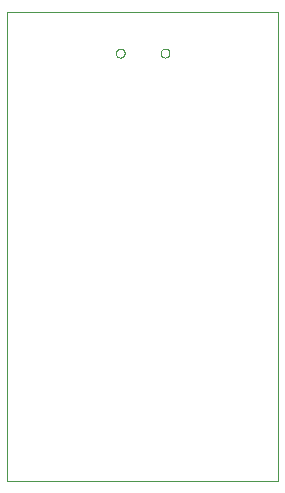
<source format=gbp>
G75*
%MOIN*%
%OFA0B0*%
%FSLAX25Y25*%
%IPPOS*%
%LPD*%
%AMOC8*
5,1,8,0,0,1.08239X$1,22.5*
%
%ADD10C,0.00000*%
D10*
X0001800Y0001800D02*
X0001800Y0158296D01*
X0038119Y0144517D02*
X0038121Y0144594D01*
X0038127Y0144670D01*
X0038137Y0144746D01*
X0038151Y0144821D01*
X0038168Y0144896D01*
X0038190Y0144969D01*
X0038215Y0145042D01*
X0038245Y0145113D01*
X0038277Y0145182D01*
X0038314Y0145249D01*
X0038353Y0145315D01*
X0038396Y0145378D01*
X0038443Y0145439D01*
X0038492Y0145498D01*
X0038545Y0145554D01*
X0038600Y0145607D01*
X0038658Y0145657D01*
X0038718Y0145704D01*
X0038781Y0145748D01*
X0038846Y0145789D01*
X0038913Y0145826D01*
X0038982Y0145860D01*
X0039052Y0145890D01*
X0039124Y0145916D01*
X0039198Y0145938D01*
X0039272Y0145957D01*
X0039347Y0145972D01*
X0039423Y0145983D01*
X0039499Y0145990D01*
X0039576Y0145993D01*
X0039652Y0145992D01*
X0039729Y0145987D01*
X0039805Y0145978D01*
X0039881Y0145965D01*
X0039955Y0145948D01*
X0040029Y0145928D01*
X0040102Y0145903D01*
X0040173Y0145875D01*
X0040243Y0145843D01*
X0040311Y0145808D01*
X0040377Y0145769D01*
X0040441Y0145727D01*
X0040502Y0145681D01*
X0040562Y0145632D01*
X0040618Y0145581D01*
X0040672Y0145526D01*
X0040723Y0145469D01*
X0040771Y0145409D01*
X0040816Y0145347D01*
X0040857Y0145282D01*
X0040895Y0145216D01*
X0040930Y0145148D01*
X0040960Y0145077D01*
X0040988Y0145006D01*
X0041011Y0144933D01*
X0041031Y0144859D01*
X0041047Y0144784D01*
X0041059Y0144708D01*
X0041067Y0144632D01*
X0041071Y0144555D01*
X0041071Y0144479D01*
X0041067Y0144402D01*
X0041059Y0144326D01*
X0041047Y0144250D01*
X0041031Y0144175D01*
X0041011Y0144101D01*
X0040988Y0144028D01*
X0040960Y0143957D01*
X0040930Y0143886D01*
X0040895Y0143818D01*
X0040857Y0143752D01*
X0040816Y0143687D01*
X0040771Y0143625D01*
X0040723Y0143565D01*
X0040672Y0143508D01*
X0040618Y0143453D01*
X0040562Y0143402D01*
X0040502Y0143353D01*
X0040441Y0143307D01*
X0040377Y0143265D01*
X0040311Y0143226D01*
X0040243Y0143191D01*
X0040173Y0143159D01*
X0040102Y0143131D01*
X0040029Y0143106D01*
X0039955Y0143086D01*
X0039881Y0143069D01*
X0039805Y0143056D01*
X0039729Y0143047D01*
X0039652Y0143042D01*
X0039576Y0143041D01*
X0039499Y0143044D01*
X0039423Y0143051D01*
X0039347Y0143062D01*
X0039272Y0143077D01*
X0039198Y0143096D01*
X0039124Y0143118D01*
X0039052Y0143144D01*
X0038982Y0143174D01*
X0038913Y0143208D01*
X0038846Y0143245D01*
X0038781Y0143286D01*
X0038718Y0143330D01*
X0038658Y0143377D01*
X0038600Y0143427D01*
X0038545Y0143480D01*
X0038492Y0143536D01*
X0038443Y0143595D01*
X0038396Y0143656D01*
X0038353Y0143719D01*
X0038314Y0143785D01*
X0038277Y0143852D01*
X0038245Y0143921D01*
X0038215Y0143992D01*
X0038190Y0144065D01*
X0038168Y0144138D01*
X0038151Y0144213D01*
X0038137Y0144288D01*
X0038127Y0144364D01*
X0038121Y0144440D01*
X0038119Y0144517D01*
X0001800Y0158295D02*
X0092352Y0158295D01*
X0092351Y0158296D02*
X0092351Y0001800D01*
X0001800Y0001800D01*
X0053080Y0144517D02*
X0053082Y0144594D01*
X0053088Y0144670D01*
X0053098Y0144746D01*
X0053112Y0144821D01*
X0053129Y0144896D01*
X0053151Y0144969D01*
X0053176Y0145042D01*
X0053206Y0145113D01*
X0053238Y0145182D01*
X0053275Y0145249D01*
X0053314Y0145315D01*
X0053357Y0145378D01*
X0053404Y0145439D01*
X0053453Y0145498D01*
X0053506Y0145554D01*
X0053561Y0145607D01*
X0053619Y0145657D01*
X0053679Y0145704D01*
X0053742Y0145748D01*
X0053807Y0145789D01*
X0053874Y0145826D01*
X0053943Y0145860D01*
X0054013Y0145890D01*
X0054085Y0145916D01*
X0054159Y0145938D01*
X0054233Y0145957D01*
X0054308Y0145972D01*
X0054384Y0145983D01*
X0054460Y0145990D01*
X0054537Y0145993D01*
X0054613Y0145992D01*
X0054690Y0145987D01*
X0054766Y0145978D01*
X0054842Y0145965D01*
X0054916Y0145948D01*
X0054990Y0145928D01*
X0055063Y0145903D01*
X0055134Y0145875D01*
X0055204Y0145843D01*
X0055272Y0145808D01*
X0055338Y0145769D01*
X0055402Y0145727D01*
X0055463Y0145681D01*
X0055523Y0145632D01*
X0055579Y0145581D01*
X0055633Y0145526D01*
X0055684Y0145469D01*
X0055732Y0145409D01*
X0055777Y0145347D01*
X0055818Y0145282D01*
X0055856Y0145216D01*
X0055891Y0145148D01*
X0055921Y0145077D01*
X0055949Y0145006D01*
X0055972Y0144933D01*
X0055992Y0144859D01*
X0056008Y0144784D01*
X0056020Y0144708D01*
X0056028Y0144632D01*
X0056032Y0144555D01*
X0056032Y0144479D01*
X0056028Y0144402D01*
X0056020Y0144326D01*
X0056008Y0144250D01*
X0055992Y0144175D01*
X0055972Y0144101D01*
X0055949Y0144028D01*
X0055921Y0143957D01*
X0055891Y0143886D01*
X0055856Y0143818D01*
X0055818Y0143752D01*
X0055777Y0143687D01*
X0055732Y0143625D01*
X0055684Y0143565D01*
X0055633Y0143508D01*
X0055579Y0143453D01*
X0055523Y0143402D01*
X0055463Y0143353D01*
X0055402Y0143307D01*
X0055338Y0143265D01*
X0055272Y0143226D01*
X0055204Y0143191D01*
X0055134Y0143159D01*
X0055063Y0143131D01*
X0054990Y0143106D01*
X0054916Y0143086D01*
X0054842Y0143069D01*
X0054766Y0143056D01*
X0054690Y0143047D01*
X0054613Y0143042D01*
X0054537Y0143041D01*
X0054460Y0143044D01*
X0054384Y0143051D01*
X0054308Y0143062D01*
X0054233Y0143077D01*
X0054159Y0143096D01*
X0054085Y0143118D01*
X0054013Y0143144D01*
X0053943Y0143174D01*
X0053874Y0143208D01*
X0053807Y0143245D01*
X0053742Y0143286D01*
X0053679Y0143330D01*
X0053619Y0143377D01*
X0053561Y0143427D01*
X0053506Y0143480D01*
X0053453Y0143536D01*
X0053404Y0143595D01*
X0053357Y0143656D01*
X0053314Y0143719D01*
X0053275Y0143785D01*
X0053238Y0143852D01*
X0053206Y0143921D01*
X0053176Y0143992D01*
X0053151Y0144065D01*
X0053129Y0144138D01*
X0053112Y0144213D01*
X0053098Y0144288D01*
X0053088Y0144364D01*
X0053082Y0144440D01*
X0053080Y0144517D01*
M02*

</source>
